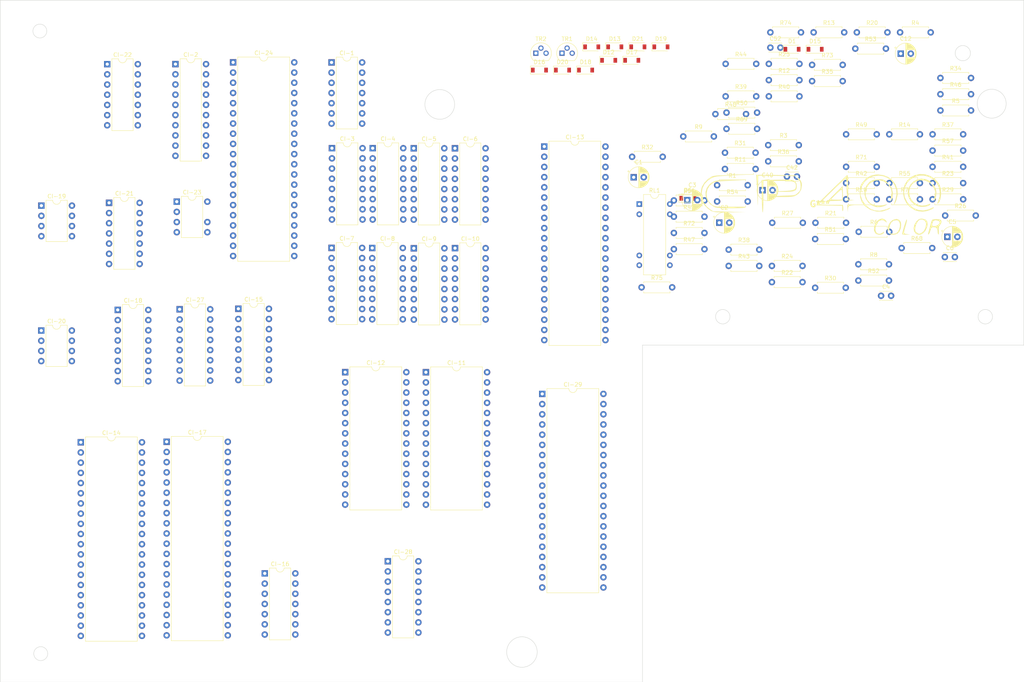
<source format=kicad_pcb>
(kicad_pcb (version 20211014) (generator pcbnew)
  (layers (0 "F.Cu" signal) (31 "B.Cu" signal) (34 "B.Paste" user) (35 "F.Paste" user) (36 "B.SilkS" user "B.Silkscreen") (37 "F.SilkS" user "F.Silkscreen") (38 "B.Mask" user) (39 "F.Mask" user) (44 "Edge.Cuts" user))
  (net 0 "")
  (net 1 "{slash}WR")
  (net 2 "{slash}RAS")
  (net 3 "Net-(C40-Pad2)")
  (net 4 "5")
  (net 5 "CN10-A7")
  (net 6 "9")
  (net 7 "Net-(CR4-Pad1)")
  (net 8 "33")
  (net 9 "Q0")
  (net 10 "{slash}CAS")
  (net 11 "Net-(CR6-Pad1)")
  (net 12 "Q1")
  (net 13 "Q2")
  (net 14 "Q3")
  (net 15 "Q4")
  (net 16 "Net-(CR8-Pad2)")
  (net 17 "Net-(C2-Pad1)")
  (net 18 "Q5")
  (net 19 "Q6")
  (net 20 "Q7")
  (net 21 "CSN")
  (net 22 "Net-(CI-11-Pad22)")
  (net 24 "Net-(CI-12-Pad22)")
  (net 25 "Net-(C4-Pad1)")
  (net 27 "Net-(C42-Pad1)")
  (net 28 "2")
  (net 30 "Net-(C42-Pad2)")
  (net 31 "Net-(Q1-Pad1)")
  (net 32 "Net-(Q1-Pad2)")
  (net 33 "Net-(C12-Pad2)")
  (net 38 "Net-(Q4-Pad2)")
  (net 40 "4")
  (net 41 "{slash}IRQ")
  (net 42 "{slash}FIRQ")
  (net 43 "39")
  (net 44 "38")
  (net 45 "37")
  (net 46 "31")
  (net 47 "30")
  (net 48 "29")
  (net 49 "28")
  (net 50 "27")
  (net 51 "26")
  (net 52 "25")
  (net 53 "24")
  (net 54 "Net-(C56-Pad2)")
  (net 55 "CNI14-7")
  (net 56 "CNI14-10")
  (net 57 "CNI14-6")
  (net 58 "Net-(C61-Pad2)")
  (net 59 "CNI14-5")
  (net 60 "CNI14-2")
  (net 61 "23")
  (net 62 "22")
  (net 63 "21")
  (net 64 "20")
  (net 65 "19")
  (net 66 "17")
  (net 67 "16")
  (net 68 "15")
  (net 69 "14")
  (net 70 "13")
  (net 71 "12")
  (net 72 "11")
  (net 73 "10")
  (net 74 "CNI14-3")
  (net 75 "CNI14-11")
  (net 76 "Net-(C82-Pad1)")
  (net 77 "CN13-8")
  (net 78 "CN13-3")
  (net 79 "CN13-7")
  (net 80 "CN13-2")
  (net 81 "18")
  (net 82 "CN13-4")
  (net 83 "6")
  (net 84 "7")
  (net 85 "CN13-5")
  (net 86 "CN13-6")
  (net 87 "3")
  (net 88 "CASSDIN")
  (net 89 "CN13-10")
  (net 90 "{slash}FS")
  (net 91 "Net-(CI-14-Pad19)")
  (net 92 "HI")
  (net 93 "Net-(CI-14-Pad23)")
  (net 94 "/RS0")
  (net 95 "/RS1")
  (net 96 "/RS232IN")
  (net 97 "Net-(R22-Pad2)")
  (net 98 "Net-(CI-14-Pad39)")
  (net 99 "/{slash}HS")
  (net 100 "Net-(CI-16-Pad13)")
  (net 101 "Net-(CI-17-Pad3)")
  (net 102 "Net-(CI-17-Pad4)")
  (net 103 "Net-(CI-17-Pad5)")
  (net 104 "*CART")
  (net 105 "Net-(CI-17-Pad6)")
  (net 106 "H1")
  (net 107 "Net-(CI-17-Pad7)")
  (net 108 "Net-(CI-17-Pad8)")
  (net 109 "Net-(CI-17-Pad9)")
  (net 110 "CASSMOT")
  (net 111 "/CD")
  (net 112 "Net-(CI-16-Pad1)")
  (net 113 "Net-(CI-17-Pad11)")
  (net 114 "Net-(CI-17-Pad12)")
  (net 115 "Net-(CI-17-Pad13)")
  (net 116 "Net-(CI-17-Pad14)")
  (net 117 "Net-(CI-17-Pad15)")
  (net 118 "Net-(CI-17-Pad16)")
  (net 119 "JOYIN")
  (net 120 "Net-(CI-17-Pad17)")
  (net 121 "8")
  (net 122 "Net-(CI-15-Pad15)")
  (net 123 "Net-(CI-17-Pad23)")
  (net 124 "Net-(CI-17-Pad39)")
  (net 125 "Net-(CI-16-Pad2)")
  (net 126 "Net-(D1-Pad2)")
  (net 127 "Net-(CI-1-Pad14)")
  (net 128 "Net-(CI-1-Pad13)")
  (net 129 "Net-(D12-Pad1)")
  (net 130 "Net-(D13-Pad1)")
  (net 131 "Net-(CI-22-Pad11)")
  (net 132 "Net-(D14-Pad1)")
  (net 133 "Net-(CI-1-Pad7)")
  (net 134 "Net-(C45-Pad1)")
  (net 135 "/VCLK")
  (net 136 "Net-(CI-16-Pad4)")
  (net 137 "Net-(CN4-Pad4)")
  (net 138 "Net-(CI-16-Pad6)")
  (net 139 "Net-(CN4-Pad3)")
  (net 140 "Net-(CI-22-Pad2)")
  (net 141 "Net-(CN2-Pad3)")
  (net 143 "Net-(CN2-Pad5)")
  (net 144 "Net-(CN7-Pad1)")
  (net 145 "Net-(C8-Pad1)")
  (net 146 "Net-(R26-Pad2)")
  (net 155 "40")
  (net 156 "Net-(R21-Pad3)")
  (net 157 "Net-(R21-Pad2)")
  (net 158 "CASSOUT")
  (net 159 "Net-(R10-Pad2)")
  (net 160 "Net-(R11-Pad2)")
  (net 161 "Net-(R12-Pad2)")
  (net 162 "Net-(R13-Pad2)")
  (net 163 "Net-(R14-Pad2)")
  (net 164 "Net-(R22-Pad1)")
  (net 165 "Net-(R23a1-Pad2)")
  (net 166 "Net-(P2-Pad4)")
  (net 167 "Net-(R27-Pad2)")
  (net 168 "Net-(R35-Pad2)")
  (net 169 "Net-(R37-Pad2)")
  (net 170 "Net-(R43-Pad1)")
  (net 171 "Net-(R44-Pad1)")
  (net 172 "Net-(R45-Pad2)")
  (net 173 "Net-(R48-Pad1)")
  (net 174 "Net-(R48-Pad2)")
  (net 175 "Net-(R51-Pad1)")
  (net 176 "Net-(R52-Pad1)")
  (net 177 "Net-(R73-Pad1)")
  (net 178 "Net-(R74-Pad1)")
  (net 179 "MA6")
  (net 180 "Net-(JP1-Pad2)")
  (net 181 "Net-(C9-Pad1)")
  (net 182 "CN3-4")
  (net 183 "CN3-3")
  (net 184 "Net-(C15-Pad2)")
  (net 185 "CN3-6")
  (net 186 "Net-(CI-1-Pad10)")
  (net 187 "Net-(CI-1-Pad12)")
  (net 188 "MRD")
  (net 189 "Net-(CI-(3/4/5/6/7/8/9/10)1-Pad14)_4")
  (net 190 "Net-(CI-(3/4/5/6/7/8/9/10)1-Pad14)_7")
  (net 191 "Net-(CI-(3/4/5/6/7/8/9/10)1-Pad14)")
  (net 192 "Net-(CI-(3/4/5/6/7/8/9/10)1-Pad14)_5")
  (net 193 "Net-(CI-(3/4/5/6/7/8/9/10)1-Pad14)_2")
  (net 194 "Net-(CI-(3/4/5/6/7/8/9/10)1-Pad14)_1")
  (net 195 "Net-(CI-(3/4/5/6/7/8/9/10)1-Pad14)_3")
  (net 196 "Net-(CI-(3/4/5/6/7/8/9/10)1-Pad14)_6")
  (net 197 "Net-(C5-Pad1)")
  (net 198 "Net-(C3-Pad1)")
  (net 199 "Net-(CI-15-Pad9)")
  (net 200 "Net-(CI-15-Pad10)")
  (net 201 "35")
  (net 202 "Net-(CI-15-Pad13)")
  (net 203 "Net-(CI-16-Pad5)")
  (net 204 "Net-(CI-16-Pad7)")
  (net 205 "Net-(CI-16-Pad9)")
  (net 206 "Net-(CI-16-Pad10)")
  (net 207 "Net-(CI-16-Pad11)")
  (net 208 "1")
  (net 209 "Net-(CI-18-Pad2)")
  (net 210 "Net-(CI-18-Pad4)")
  (net 211 "Net-(CI-18-Pad6)")
  (net 212 "Net-(CI-18-Pad10)")
  (net 213 "Net-(CI-18-Pad12)")
  (net 214 "Net-(CI-18-Pad15)")
  (net 215 "Net-(CI-19-Pad2)")
  (net 216 "CN3-5")
  (net 217 "-5V")
  (net 220 "Net-(CI-19-Pad7)")
  (net 222 "Net-(CI-20-Pad3)")
  (net 224 "Net-(CI-20-Pad6)")
  (net 226 "Net-(CI-21-Pad4)")
  (net 227 "Net-(CI-21-Pad5)")
  (net 228 "Net-(CI-21-Pad12)")
  (net 229 "Net-(CI-21-Pad9)")
  (net 230 "Net-(CI-22-Pad1)")
  (net 231 "Net-(CI-22-Pad4)")
  (net 232 "Net-(CI-22-Pad8)")
  (net 233 "Net-(CI-22-Pad10)")
  (net 234 "Net-(CI-23-Pad3)")
  (net 245 "/DA0")
  (net 259 "Net-(C49-Pad2)")
  (net 260 "Net-(C49-Pad1)")
  (net 261 "Net-(CI-28-Pad1)")
  (net 262 "Net-(CI-28-Pad2)")
  (net 263 "36")
  (net 264 "32")
  (net 266 "Net-(C39-Pad1)")
  (net 267 "Net-(CI-29-Pad6)")
  (net 268 "/{slash}WE")
  (net 269 "Net-(CI-(3/4/5/6/7/8/9/10)1-Pad5)")
  (net 270 "Net-(CI-(3/4/5/6/7/8/9/10)1-Pad7)")
  (net 271 "Net-(CI-(3/4/5/6/7/8/9/10)1-Pad6)")
  (net 272 "Net-(CI-(3/4/5/6/7/8/9/10)1-Pad12)")
  (net 273 "Net-(CI-(3/4/5/6/7/8/9/10)1-Pad11)")
  (net 274 "Net-(CI-(3/4/5/6/7/8/9/10)1-Pad10)")
  (net 275 "Net-(CI-(3/4/5/6/7/8/9/10)1-Pad13)")
  (net 276 "Net-(CI-29-Pad35)")
  (footprint "Package_DIP:DIP-16_W7.62mm" (layer "F.Cu") (at 142.5902 87.6958)
    (fp_text reference "CI-4")
    (fp_text value "4164")
  )
  (footprint "Resistor_THT:R_Axial_DIN0207_L6.3mm_D2.5mm_P7.62mm_Horizontal" (layer "F.Cu") (at 284.0246 78.2854)
    (fp_text reference "R5")
    (fp_text value "4.7K")
  )
  (footprint "Resistor_THT:R_Axial_DIN0207_L6.3mm_D2.5mm_P7.62mm_Horizontal" (layer "F.Cu") (at 228.3922 100.9688)
    (fp_text reference "R54")
    (fp_text value "15K")
  )
  (footprint "Resistor_THT:R_Axial_DIN0207_L6.3mm_D2.5mm_P7.62mm_Horizontal" (layer "F.Cu") (at 217.6222 100.7188)
    (fp_text reference "R56")
    (fp_text value "10M")
  )
  (footprint "Resistor_THT:R_Axial_DIN0207_L6.3mm_D2.5mm_P7.62mm_Horizontal" (layer "F.Cu") (at 263.6646 108.5354)
    (fp_text reference "R6")
    (fp_text value "4.7K")
  )
  (footprint "Resistor_THT:R_Axial_DIN0207_L6.3mm_D2.5mm_P7.62mm_Horizontal" (layer "F.Cu") (at 241.6622 58.8188)
    (fp_text reference "R74")
    (fp_text value "470")
  )
  (footprint "Resistor_THT:R_Axial_DIN0207_L6.3mm_D2.5mm_P7.62mm_Horizontal" (layer "F.Cu") (at 282.0646 88.2854)
    (fp_text reference "R57")
    (fp_text value "1K")
  )
  (footprint "Resistor_THT:R_Axial_DIN0207_L6.3mm_D2.5mm_P7.62mm_Horizontal" (layer "F.Cu") (at 217.6222 108.8188)
    (fp_text reference "R72")
    (fp_text value "100K")
  )
  (footprint "Diode_SMD:D_SOD-123" (layer "F.Cu") (at 252.807 63.0276)
    (fp_text reference "D15")
    (fp_text value "D15")
  )
  (footprint "Package_DIP:DIP-14_W7.62mm" (layer "F.Cu") (at 76.464 66.7462)
    (fp_text reference "CI-22")
    (fp_text value "74LS125")
  )
  (footprint "Resistor_THT:R_Axial_DIN0207_L6.3mm_D2.5mm_P7.62mm_Horizontal" (layer "F.Cu") (at 260.5246 100.4354)
    (fp_text reference "R10")
    (fp_text value "10K")
  )
  (footprint "Resistor_THT:R_Axial_DIN0207_L6.3mm_D2.5mm_P7.62mm_Horizontal" (layer "F.Cu") (at 227.9746 79.1854)
    (fp_text reference "R48")
    (fp_text value "10K")
  )
  (footprint "Resistor_THT:R_Axial_DIN0207_L6.3mm_D2.5mm_P7.62mm_Horizontal" (layer "F.Cu") (at 262.8222 62.8688)
    (fp_text reference "R53")
    (fp_text value "15K")
  )
  (footprint "Diode_SMD:D_SOD-123" (layer "F.Cu") (at 184.1314 68.2232)
    (fp_text reference "D16")
    (fp_text value "D16")
  )
  (footprint "Diode_SMD:D_SOD-123" (layer "F.Cu") (at 197.1514 62.4332)
    (fp_text reference "D14")
    (fp_text value "D14")
  )
  (footprint "Resistor_THT:R_Axial_DIN0207_L6.3mm_D2.5mm_P7.62mm_Horizontal" (layer "F.Cu") (at 230.3522 88.8188)
    (fp_text reference "R31")
    (fp_text value "4.7K")
  )
  (footprint "Resistor_THT:R_Axial_DIN0207_L6.3mm_D2.5mm_P7.62mm_Horizontal" (layer "F.Cu") (at 207.2132 89.8398)
    (fp_text reference "R32")
    (fp_text value "4.7K")
  )
  (footprint "Resistor_THT:R_Axial_DIN0207_L6.3mm_D2.5mm_P7.62mm_Horizontal" (layer "F.Cu") (at 219.9622 84.7688)
    (fp_text reference "R9")
    (fp_text value "150")
  )
  (footprint "Diode_SMD:D_SOD-123" (layer "F.Cu") (at 208.6514 62.4332)
    (fp_text reference "D21")
    (fp_text value "D21")
  )
  (footprint "Package_DIP:DIP-16_W7.62mm" (layer "F.Cu") (at 163.088 87.7212)
    (fp_text reference "CI-6")
    (fp_text value "4164")
  )
  (footprint "Resistor_THT:R_Axial_DIN0207_L6.3mm_D2.5mm_P7.62mm_Horizontal" (layer "F.Cu") (at 260.5246 92.3354)
    (fp_text reference "R71")
    (fp_text value "220")
  )
  (footprint "Resistor_THT:R_Axial_DIN0207_L6.3mm_D2.5mm_P7.62mm_Horizontal" (layer "F.Cu") (at 252.8146 122.4854)
    (fp_text reference "R30")
    (fp_text value "1K")
  )
  (footprint "Diode_SMD:D_SOD-123" (layer "F.Cu") (at 202.9014 62.4332)
    (fp_text reference "D13")
    (fp_text value "D13")
  )
  (footprint "Package_DIP:DIP-40_W15.24mm" (layer "F.Cu") (at 107.818 66.299)
    (fp_text reference "CI-24")
    (fp_text value "MC6847")
  )
  (footprint "Package_DIP:DIP-14_W7.62mm" (layer "F.Cu") (at 115.707 193.6954)
    (fp_text reference "CI-16")
    (fp_text value "LM339")
  )
  (footprint "Resistor_THT:R_Axial_DIN0207_L6.3mm_D2.5mm_P7.62mm_Horizontal" (layer "F.Cu") (at 230.7322 78.8188)
    (fp_text reference "R50")
    (fp_text value "100")
  )
  (footprint "Resistor_THT:R_Axial_DIN0207_L6.3mm_D2.5mm_P7.62mm_Horizontal" (layer "F.Cu") (at 273.9722 58.8188)
    (fp_text reference "R4")
    (fp_text value "4.7K")
  )
  (footprint "Resistor_THT:R_Axial_DIN0207_L6.3mm_D2.5mm_P7.62mm_Horizontal" (layer "F.Cu") (at 282.0646 84.2354)
    (fp_text reference "R37")
    (fp_text value "56K")
  )
  (footprint "Relay_THT:Relay_StandexMeder_DIP_LowProfile" (layer "F.Cu") (at 209.007 101.6276)
    (fp_text reference "RL1")
    (fp_text value "DIPxx-1Axx-12x")
  )
  (footprint "Resistor_THT:R_Axial_DIN0207_L6.3mm_D2.5mm_P7.62mm_Horizontal" (layer "F.Cu") (at 274.3546 112.5854)
    (fp_text reference "R68")
    (fp_text value "10K")
  )
  (footprint "Capacitor_THT:C_Disc_D3.0mm_W2.0mm_P2.50mm" (layer "F.Cu") (at 241.6622 62.6188)
    (fp_text reference "C52")
    (fp_text value "20pF")
  )
  (footprint "Resistor_THT:R_Axial_DIN0207_L6.3mm_D2.5mm_P7.62mm_Horizontal" (layer "F.Cu") (at 284.0246 74.2354)
    (fp_text reference "R46")
    (fp_text value "470")
  )
  (footprint "Capacitor_THT:C_Disc_D3.0mm_W2.0mm_P2.50mm" (layer "F.Cu") (at 245.7922 94.7688)
    (fp_text reference "C42")
    (fp_text value "0.01")
  )
  (footprint "Capacitor_THT:CP_Radial_D5.0mm_P2.50mm" (layer "F.Cu") (at 239.701975 98.1688)
    (fp_text reference "C40")
    (fp_text value "0.1uf")
  )
  (footprint "Capacitor_THT:C_Disc_D3.0mm_W2.0mm_P2.50mm" (layer "F.Cu") (at 269.2346 124.4854)
    (fp_text reference "C4")
    (fp_text value "9.35pf")
  )
  (footprint "Resistor_THT:R_Axial_DIN0207_L6.3mm_D2.5mm_P7.62mm_Horizontal" (layer "F.Cu") (at 242.0446 121.0854)
    (fp_text reference "R22")
    (fp_text value "10K")
  )
  (footprint "Package_DIP:DIP-16_W7.62mm" (layer "F.Cu") (at 132.344 112.5474)
    (fp_text reference "CI-7")
    (fp_text value "4164")
  )
  (footprint "Graphics:cp400_LABEL" (layer "F.Cu") (at 254 101.6)
    (fp_text reference "G***")
    (fp_text value "LOGO" hide)
  )
  (footprint "Resistor_THT:R_Axial_DIN0207_L6.3mm_D2.5mm_P7.62mm_Horizontal" (layer "F.Cu") (at 252.8146 110.3354)
    (fp_text reference "R51")
    (fp_text value "10K")
  )
  (footprint "Diode_SMD:D_SOD-123" (layer "F.Cu") (at 214.4014 62.4332)
    (fp_text reference "D19")
    (fp_text value "D19")
  )
  (footprint "Package_DIP:DIP-16_W7.62mm" (layer "F.Cu") (at 142.4786 112.5728)
    (fp_text reference "CI-8")
    (fp_text value "4164")
  )
  (footprint "Diode_SMD:D_SOD-123" (layer "F.Cu") (at 195.6314 68.2232)
    (fp_text reference "D18")
    (fp_text value "D18")
  )
  (footprint "Resistor_THT:R_Axial_DIN0207_L6.3mm_D2.5mm_P7.62mm_Horizontal" (layer "F.Cu") (at 271.2946 96.3854)
    (fp_text reference "R55")
    (fp_text value "10M")
  )
  (footprint "Resistor_THT:R_Axial_DIN0207_L6.3mm_D2.5mm_P7.62mm_Horizontal" (layer "F.Cu") (at 284.0246 70.1854)
    (fp_text reference "R34")
    (fp_text value "6.2K")
  )
  (footprint "Package_DIP:DIP-8_W7.62mm" (layer "F.Cu") (at 60.0556 102.0164)
    (fp_text reference "CI-19")
    (fp_text value "UA710CP")
  )
  (footprint "Resistor_THT:R_Axial_DIN0207_L6.3mm_D2.5mm_P7.62mm_Horizontal" (layer "F.Cu") (at 260.5246 84.2354)
    (fp_text reference "R49")
    (fp_text value "10M")
  )
  (footprint "Resistor_THT:R_Axial_DIN0207_L6.3mm_D2.5mm_P7.62mm_Horizontal" (layer "F.Cu") (at 282.0646 96.3854)
    (fp_text reference "R23")
    (fp_text value "220")
  )
  (footprint "Package_DIP:DIP-28_W15.24mm" (layer "F.Cu") (at 155.8494 143.5454)
    (fp_text reference "CI-11")
    (fp_text value "2764")
  )
  (footprint "Package_DIP:DIP-16_W7.62mm" (layer "F.Cu") (at 79.0802 128.0056)
    (fp_text reference "CI-18")
    (fp_text value "14050B")
  )
  (footprint "Resistor_THT:R_Axial_DIN0207_L6.3mm_D2.5mm_P7.62mm_Horizontal" (layer "F.Cu") (at 230.5122 74.7688)
    (fp_text reference "R39")
    (fp_text value "1.5MEG")
  )
  (footprint "Capacitor_THT:CP_Radial_D5.0mm_P2.50mm" (layer "F.Cu") (at 207.608288 94.9452)
    (fp_text reference "C1")
    (fp_text value "1uf")
  )
  (footprint "Package_DIP:DIP-40_W15.24mm" (layer "F.Cu") (at 185.3388 87.2794)
    (fp_text reference "CI-13")
    (fp_text value "MC6809E")
  )
  (footprint "Capacitor_THT:C_Disc_D3.0mm_W2.0mm_P2.50mm" (layer "F.Cu") (at 285.1246 114.8354)
    (fp_text reference "C6")
    (fp_text value "25")
  )
  (footprint "Package_DIP:DIP-40_W15.24mm" (layer "F.Cu") (at 184.8308 148.9506)
    (fp_text reference "CI-29")
    (fp_text value "MC6883")
  )
  (footprint "Resistor_THT:R_Axial_DIN0207_L6.3mm_D2.5mm_P7.62mm_Horizontal" (layer "F.Cu") (at 209.5746 122.3854)
    (fp_text reference "R75")
    (fp_text value "33")
  )
  (footprint "Package_DIP:DIP-40_W15.24mm" (layer "F.Cu") (at 91.2622 160.8836)
    (fp_text reference "CI-17")
    (fp_text value "MC6821")
  )
  (footprint "Package_DIP:DIP-20_W7.62mm" (layer "F.Cu") (at 93.4566 66.7308)
    (fp_text reference "CI-2")
    (fp_text value "74LS244")
  )
  (footprint "Resistor_THT:R_Axial_DIN0207_L6.3mm_D2.5mm_P7.62mm_Horizontal" (layer "F.Cu") (at 241.2822 70.7188)
    (fp_text reference "R12")
    (fp_text value "40K")
  )
  (footprint "Resistor_THT:R_Axial_DIN0207_L6.3mm_D2.5mm_P7.62mm_Horizontal" (layer "F.Cu") (at 241.1222 86.9188)
    (fp_text reference "R3")
    (fp_text value "4.7K")
  )
  (footprint "Resistor_THT:R_Axial_DIN0207_L6.3mm_D2.5mm_P7.62mm_Horizontal" (layer "F.Cu") (at 285.2046 104.4854)
    (fp_text reference "R26")
    (fp_text value "1K")
  )
  (footprint "Package_DIP:DIP-8_W7.62mm" (layer "F.Cu") (at 60.0302 133.1568)
    (fp_text reference "CI-20")
    (fp_text value "LM741")
  )
  (footprint "Resistor_THT:R_Axial_DIN0207_L6.3mm_D2.5mm_P7.62mm_Horizontal" (layer "F.Cu") (at 263.5846 120.6854)
    (fp_text reference "R52")
    (fp_text value "10K")
  )
  (footprint "Package_DIP:DIP-16_W7.62mm" (layer "F.Cu") (at 94.498 127.8532)
    (fp_text reference "CI-27")
    (fp_text value "74LS123")
  )
  (footprint "Capacitor_THT:CP_Radial_D5.0mm_P2.50mm" (layer "F.Cu") (at 274.131975 64.1188)
    (fp_text reference "C12")
    (fp_text value "100")
  )
  (footprint "Package_DIP:DIP-40_W15.24mm" (layer "F.Cu") (at 69.8754 161.0106)
    (fp_text reference "CI-14")
    (fp_text value "MC6821")
  )
  (footprint "Resistor_THT:R_Axial_DIN0207_L6.3mm_D2.5mm_P7.62mm_Horizontal" (layer "F.Cu") (at 241.1222 90.9688)
    (fp_text reference "R36")
    (fp_text value "56K")
  )
  (footprint "Diode_SMD:D_SOD-123" (layer "F.Cu") (at 247.057 63.0276)
    (fp_text reference "D1")
    (fp_text value "D1")
  )
  (footprint "Package_DIP:DIP-16_W7.62mm" (layer "F.Cu") (at 146.3648 190.6674)
    (fp_text reference "CI-28")
    (fp_text value "74LS138")
  )
  (footprint "Resistor_THT:R_Axial_DIN0207_L6.3mm_D2.5mm_P7.62mm_Horizontal" (layer "F.Cu") (at 252.0522 70.9688)
    (fp_text reference "R35")
    (fp_text value "6.8K")
  )
  (footprint "Resistor_THT:R_Axial_DIN0207_L6.3mm_D2.5mm_P7.62mm_Horizontal" (layer "F.Cu") (at 217.6222 112.8688)
    (fp_text reference "R47")
    (fp_text value "1.5K")
  )
  (footprint "Resistor_THT:R_Axial_DIN0207_L6.3mm_D2.5mm_P7.62mm_Horizontal" (layer "F.Cu") (at 271.2946 84.2354)
    (fp_text reference "R14")
    (fp_text value "162K")
  )
  (footprint "Capacitor_THT:CP_Radial_D5.0mm_P2.50mm" (layer "F.Cu") (at 228.931975 106.2688)
    (fp_text reference "C2")
    (fp_text value "10uf")
  )
  (footprint "Package_DIP:DIP-16_W7.62mm" (layer "F.Cu") (at 163.1034 112.6132)
    (fp_text reference "CI-10")
    (fp_text value "4164")
  )
  (footprint "Resistor_THT:R_Axial_DIN0207_L6.3mm_D2.5mm_P7.62mm_Horizontal" (layer "F.Cu") (at 242.0446 117.0354)
    (fp_text reference "R24")
    (fp_text value "1.5K")
  )
  (footprint "Resistor_THT:R_Axial_DIN0207_L6.3mm_D2.5mm_P7.62mm_Horizontal" (layer "F.Cu") (at 282.0646 92.3354)
    (fp_text reference "R41")
    (fp_text value "24K")
  )
  (footprint "Diode_SMD:D_SOD-123" (layer "F.Cu") (at 207.1314 65.7832)
    (fp_text reference "D17")
    (fp_text value "D17")
  )
  (footprint "Resistor_THT:R_Axial_DIN0207_L6.3mm_D2.5mm_P7.62mm_Horizontal" (layer "F.Cu") (at 230.7322 82.8688)
    (fp_text reference "R69")
    (fp_text value "820")
  )
  (footprint "Package_TO_SOT_THT:TO-92" (layer "F.Cu") (at 183.2414 64.0132)
    (fp_text reference "TR2")
    (fp_text value "TR1")
  )
  (footprint "Diode_SMD:D_SOD-123" (layer "F.Cu") (at 221.107 100.1776)
    (fp_text reference "D6")
    (fp_text value "D6")
  )
  (footprint "Resistor_THT:R_Axial_DIN0207_L6.3mm_D2.5mm_P7.62mm_Horizontal" (layer "F.Cu") (at 263.2022 58.8188)
    (fp_text reference "R20")
    (fp_text value "360")
  )
  (footprint "Resistor_THT:R_Axial_DIN0207_L6.3mm_D2.5mm_P7.62mm_Horizontal" (layer "F.Cu") (at 271.2946 100.4354)
    (fp_text reference "R7")
    (fp_text value "4.7K")
  )
  (footprint "Resistor_THT:R_Axial_DIN0207_L6.3mm_D2.5mm_P7.62mm_Horizontal" (layer "F.Cu") (at 252.0522 66.9188)
    (fp_text reference "R73")
    (fp_text value "470")
  )
  (footprint "Package_DIP:DIP-16_W7.62mm" (layer "F.Cu") (at 152.8138 87.7212)
    (fp_text reference "CI-5")
    (fp_text value "4164")
  )
  (footprint "Package_DIP:DIP-16_W7.62mm" (layer "F.Cu") (at 109.1284 127.7262)
    (fp_text reference "CI-15")
    (fp_text value "14529")
  )
  (footprint "Package_DIP:DIP-28_W15.24mm" (layer "F.Cu") (at 135.7376 143.5354)
    (fp_text reference "CI-12")
    (fp_text value "2764")
  )
  (footprint "Capacitor_THT:CP_Radial_D5.0mm_P2.50mm" (layer "F.Cu") (at 220.964375 100.6354)
    (fp_text reference "C3")
    (fp_text value "100uf")
  )
  (footprint "Resistor_THT:R_Axial_DIN0207_L6.3mm_D2.5mm_P7.62mm_Horizontal" (layer "F.Cu") (at 252.8946 106.2854)
    (fp_text reference "R21")
    (fp_text value "500")
  )
  (footprint "Resistor_THT:R_Axial_DIN0207_L6.3mm_D2.5mm_P7.62mm_Horizontal" (layer "F.Cu") (at 242.1246 106.2854)
    (fp_text reference "R27")
    (fp_text value "100 1/2W")
  )
  (footprint "Package_DIP:DIP-8-N7_W7.62mm" (layer "F.Cu") (at 93.7868 101.0258)
    (fp_text reference "CI-23")
    (fp_text value "UA710CP")
  )
  (footprint "Diode_SMD:D_SOD-123" (layer "F.Cu") (at 201.3814 65.7832)
    (fp_text reference "D12")
    (fp_text value "D12")
  )
  (footprint "Resistor_THT:R_Axial_DIN0207_L6.3mm_D2.5mm_P7.62mm_Horizontal" (layer "F.Cu") (at 260.5246 96.3854)
    (fp_text reference "R42")
    (fp_text value "75K")
  )
  (footprint "Resistor_THT:R_Axial_DIN0207_L6.3mm_D2.5mm_P7.62mm_Horizontal" (layer "F.Cu") (at 241.2822 66.6688)
    (fp_text reference "R25")
    (fp_text value "1K")
  )
  (footprint "Package_DIP:DIP-14_W7.62mm" (layer "F.Cu") (at 132.344 66.3144)
    (fp_text reference "CI-1")
    (fp_text value "1372")
  )
  (footprint "Package_DIP:DIP-14_W7.62mm" (layer "F.Cu") (at 76.9212 101.3156)
    (fp_text reference "CI-21")
    (fp_text value "74LS74")
  )
  (footprint "Resistor_THT:R_Axial_DIN0207_L6.3mm_D2.5mm_P7.62mm_Horizontal" (layer "F.Cu") (at 241.2822 74.7688)
    (fp_text reference "R40")
    (fp_text value "1K")
  )
  (footprint "Package_TO_SOT_THT:TO-92" (layer "F.Cu") (at 189.7514 64.0132)
    (fp_text reference "TR1")
    (fp_text value "TR1")
  )
  (footprint "Resistor_THT:R_Axial_DIN0207_L6.3mm_D2.5mm_P7.62mm_Horizontal" (layer "F.Cu") (at 230.3522 92.8688)
    (fp_text reference "R11")
    (fp_text value "20K")
  )
  (footprint "Resistor_THT:R_Axial_DIN0207_L6.3mm_D2.5mm_P7.62mm_Horizontal" (layer "F.Cu") (at 217.6222 104.7688)
    (fp_text reference "R45")
    (fp_text value "180")
  )
  (footprint "Resistor_THT:R_Axial_DIN0207_L6.3mm_D2.5mm_P7.62mm_Horizontal" (layer "F.Cu") (at 282.0646 100.4354)
    (fp_text reference "R29")
    (fp_text value "10K")
  )
  (footprint "Resistor_THT:R_Axial_DIN0207_L6.3mm_D2.5mm_P7.62mm_Horizontal" (layer "F.Cu") (at 228.3922 96.9188)
    (fp_text reference "R1")
    (fp_text value "100K")
  )
  (footprint "Resistor_THT:R_Axial_DIN0207_L6.3mm_D2.5mm_P7.62mm_Horizontal" (layer "F.Cu") (at 252.4322 58.8188)
    (fp_text reference "R13")
    (fp_text value "80K")
  )
  (footprint "Resistor_THT:R_Axial_DIN0207_L6.3mm_D2.5mm_P7.62mm_Horizontal" (layer "F.Cu") (at 263.5846 116.6354)
    (fp_text reference "R8")
    (fp_text value "18K")
  )
  (footprint "Package_DIP:DIP-16_W7.62mm" (layer "F.Cu") (at 152.8418 112.649)
    (fp_text reference "CI-9")
    (fp_text value "4164")
  )
  (footprint "Capacitor_THT:CP_Radial_D5.0mm_P2.50mm" (layer "F.Cu") (at 285.744375 109.7854)
    (fp_text reference "C5")
    (fp_text value "100uf")
  )
  (footprint "Resistor_THT:R_Axial_DIN0207_L6.3mm_D2.5mm_P7.62mm_Horizontal" (layer "F.Cu") (at 231.2746 112.9854)
    (fp_text reference "R38")
    (fp_text value "15K")
  )
  (footprint "Package_DIP:DIP-16_W7.62mm" (layer "F.Cu") (at 132.445537 87.692762)
    (fp_text reference "CI-3")
    (fp_text value "4164")
  )
  (footprint "Resistor_THT:R_Axial_DIN0207_L6.3mm_D2.5mm_P7.62mm_Horizontal" (layer "F.Cu") (at 231.2746 117.0354)
    (fp_text reference "R43")
    (fp_text value "1.5K")
  )
  (footprint "Resistor_THT:R_Axial_DIN0207_L6.3mm_D2.5mm_P7.62mm_Horizontal" (layer "F.Cu") (at 230.5122 66.6688)
    (fp_text reference "R44")
    (fp_text value "4.7K")
  )
  (footprint "Diode_SMD:D_SOD-123" (layer "F.Cu") (at 189.8814 68.2232)
    (fp_text reference "D20")
    (fp_text value "D20")
  )
  (gr_line (start 209.8 220.8) (end 49.8 220.8) (layer "Edge.Cuts") (width 0.1))
  (gr_circle (center 296.8 76.6) (end 300.4 76.6) (layer "Edge.Cuts") (width 0.1) (fill none))
  (gr_circle (center 289.6 64) (end 291.5 64) (layer "Edge.Cuts") (width 0.1) (fill none))
  (gr_circle (center 59.9 213.7) (end 61.64 213.7) (layer "Edge.Cuts") (width 0.1) (fill none))
  (gr_line (start 304.8 136.8) (end 209.8 136.8) (layer "Edge.Cuts") (width 0.1))
  (gr_line (start 49.8 50.8) (end 304.8 50.8) (layer "Edge.Cuts") (width 0.1))
  (gr_line (start 49.8 50.8) (end 49.8 220.8) (layer "Edge.Cuts") (width 0.1))
  (gr_circle (center 159.3 76.78) (end 163 76.78) (layer "Edge.Cuts") (width 0.1) (fill none))
  (gr_circle (center 295.2 129.7) (end 297 129.7) (layer "Edge.Cuts") (width 0.1) (fill none))
  (gr_line (start 209.8 136.8) (end 209.8 220.8) (layer "Edge.Cuts") (width 0.1))
  (gr_line (start 304.8 50.8) (end 304.8 136.8) (layer "Edge.Cuts") (width 0.1))
  (gr_circle (center 229.8 129.7) (end 231.6 129.7) (layer "Edge.Cuts") (width 0.1) (fill none))
  (gr_circle (center 179.77 213.3) (end 183.57 213.3) (layer "Edge.Cuts") (width 0.1) (fill none))
  (gr_circle (center 59.676176 58.489454) (end 61.406176 58.489454) (layer "Edge.Cuts") (width 0.1) (fill none))
)
</source>
